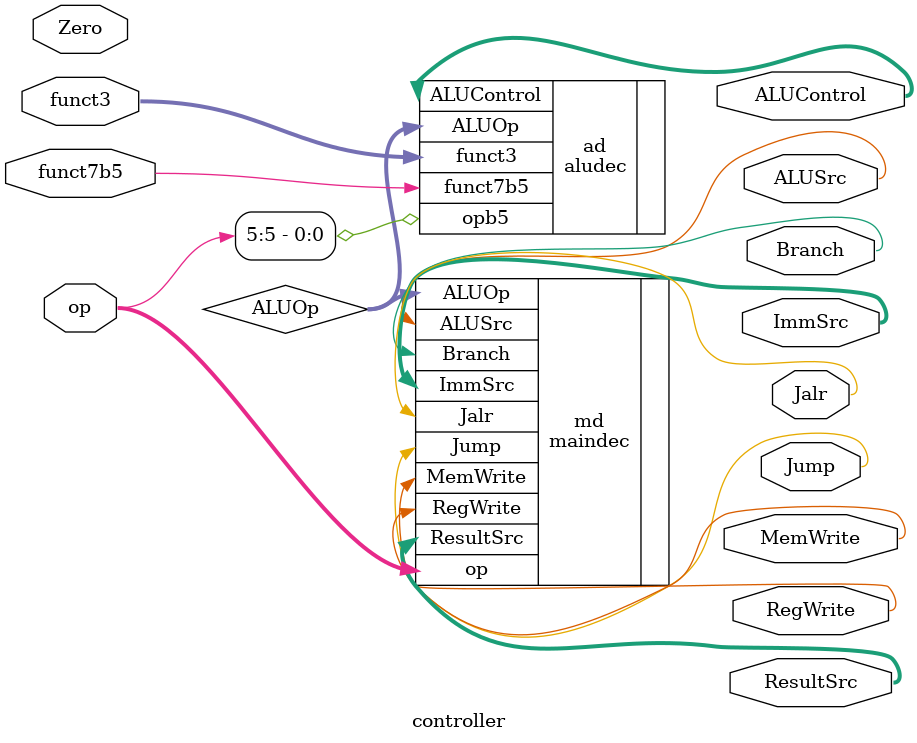
<source format=sv>
module controller(input  logic [6:0] op,
                  input  logic [2:0] funct3,
                  input  logic       funct7b5,
                  input  logic       Zero,
                  output logic [1:0] ResultSrc,
                  output logic       MemWrite,
                  output logic       Branch, ALUSrc,
                  output logic       RegWrite, Jump, Jalr,
                  output logic [1:0] ImmSrc,
                  output logic [3:0] ALUControl);
    logic [1:0] ALUOp;

    maindec md(.op(op), .ResultSrc(ResultSrc),
               .MemWrite(MemWrite), .Branch(Branch),
               .ALUSrc(ALUSrc), .RegWrite(RegWrite),
               .Jump(Jump), .Jalr(Jalr), .ImmSrc(ImmSrc), .ALUOp(ALUOp));
    aludec  ad(.opb5(op[5]), .funct3(funct3),
               .funct7b5(funct7b5), .ALUOp(ALUOp),
               .ALUControl(ALUControl));
endmodule

</source>
